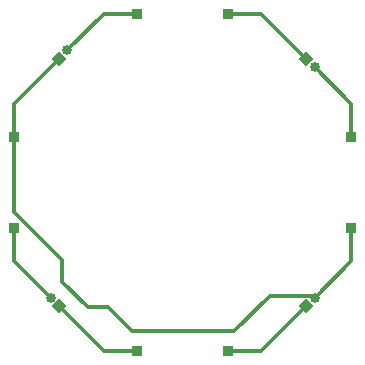
<source format=gbr>
%TF.GenerationSoftware,KiCad,Pcbnew,8.0.0*%
%TF.CreationDate,2024-05-17T03:15:10+03:00*%
%TF.ProjectId,pressure_sensor_sensor,70726573-7375-4726-955f-73656e736f72,rev?*%
%TF.SameCoordinates,Original*%
%TF.FileFunction,Copper,L1,Top*%
%TF.FilePolarity,Positive*%
%FSLAX46Y46*%
G04 Gerber Fmt 4.6, Leading zero omitted, Abs format (unit mm)*
G04 Created by KiCad (PCBNEW 8.0.0) date 2024-05-17 03:15:10*
%MOMM*%
%LPD*%
G01*
G04 APERTURE LIST*
G04 Aperture macros list*
%AMHorizOval*
0 Thick line with rounded ends*
0 $1 width*
0 $2 $3 position (X,Y) of the first rounded end (center of the circle)*
0 $4 $5 position (X,Y) of the second rounded end (center of the circle)*
0 Add line between two ends*
20,1,$1,$2,$3,$4,$5,0*
0 Add two circle primitives to create the rounded ends*
1,1,$1,$2,$3*
1,1,$1,$4,$5*%
%AMRotRect*
0 Rectangle, with rotation*
0 The origin of the aperture is its center*
0 $1 length*
0 $2 width*
0 $3 Rotation angle, in degrees counterclockwise*
0 Add horizontal line*
21,1,$1,$2,0,0,$3*%
G04 Aperture macros list end*
%TA.AperFunction,ComponentPad*%
%ADD10R,0.850000X0.850000*%
%TD*%
%TA.AperFunction,ComponentPad*%
%ADD11RotRect,0.850000X0.850000X45.000000*%
%TD*%
%TA.AperFunction,ComponentPad*%
%ADD12HorizOval,0.850000X0.000000X0.000000X0.000000X0.000000X0*%
%TD*%
%TA.AperFunction,ComponentPad*%
%ADD13RotRect,0.850000X0.850000X135.000000*%
%TD*%
%TA.AperFunction,ComponentPad*%
%ADD14HorizOval,0.850000X0.000000X0.000000X0.000000X0.000000X0*%
%TD*%
%TA.AperFunction,ComponentPad*%
%ADD15RotRect,0.850000X0.850000X225.000000*%
%TD*%
%TA.AperFunction,ComponentPad*%
%ADD16HorizOval,0.850000X0.000000X0.000000X0.000000X0.000000X0*%
%TD*%
%TA.AperFunction,Conductor*%
%ADD17C,0.300000*%
%TD*%
G04 APERTURE END LIST*
D10*
%TO.P,J12,1,Pin_1*%
%TO.N,/Ap*%
X236238816Y-82197656D03*
%TD*%
D11*
%TO.P,J10,1,Pin_1*%
%TO.N,/An*%
X232408296Y-67901956D03*
D12*
%TO.P,J10,2,Pin_2*%
%TO.N,+3.3VA*%
X233115403Y-68609063D03*
%TD*%
D10*
%TO.P,J14,1,Pin_1*%
%TO.N,GNDA*%
X207647416Y-82197656D03*
%TD*%
D13*
%TO.P,J7,1,Pin_1*%
%TO.N,+3.3VA*%
X232408296Y-88832316D03*
D14*
%TO.P,J7,2,Pin_2*%
%TO.N,/Ap*%
X233115403Y-88125209D03*
%TD*%
D10*
%TO.P,J1,1,Pin_1*%
%TO.N,+3.3VA*%
X236238816Y-74536616D03*
%TD*%
%TO.P,J16,1,Pin_1*%
%TO.N,/An*%
X218112596Y-92662836D03*
%TD*%
%TO.P,J18,1,Pin_1*%
%TO.N,GNDA*%
X218112596Y-64071436D03*
%TD*%
%TO.P,J13,1,Pin_1*%
%TO.N,/Ap*%
X207647416Y-74536616D03*
%TD*%
D13*
%TO.P,J8,1,Pin_1*%
%TO.N,/Ap*%
X211477936Y-67901956D03*
D14*
%TO.P,J8,2,Pin_2*%
%TO.N,GNDA*%
X212185043Y-67194849D03*
%TD*%
D10*
%TO.P,J17,1,Pin_1*%
%TO.N,/An*%
X225773636Y-64071436D03*
%TD*%
%TO.P,J15,1,Pin_1*%
%TO.N,+3.3VA*%
X225773636Y-92662836D03*
%TD*%
D15*
%TO.P,J9,1,Pin_1*%
%TO.N,/An*%
X211477936Y-88832316D03*
D16*
%TO.P,J9,2,Pin_2*%
%TO.N,GNDA*%
X210770829Y-88125209D03*
%TD*%
D17*
%TO.N,+3.3VA*%
X225773636Y-92662836D02*
X228577776Y-92662836D01*
X228577776Y-92662836D02*
X232408296Y-88832316D01*
X236238816Y-74536616D02*
X236238816Y-71732476D01*
X236238816Y-71732476D02*
X233115403Y-68609063D01*
%TO.N,/Ap*%
X232944469Y-87954275D02*
X229330977Y-87954275D01*
X236238816Y-82197656D02*
X236238816Y-85001796D01*
X226318116Y-90967136D02*
X217649286Y-90967136D01*
X236238816Y-85001796D02*
X233115403Y-88125209D01*
X207647416Y-74536616D02*
X207647416Y-71732476D01*
X211768116Y-86767136D02*
X211768116Y-84970656D01*
X207647416Y-71732476D02*
X211477936Y-67901956D01*
X217649286Y-90967136D02*
X215624286Y-88942136D01*
X213943116Y-88942136D02*
X211768116Y-86767136D01*
X233115403Y-88125209D02*
X232944469Y-87954275D01*
X207647416Y-80849956D02*
X207647416Y-74536616D01*
X211768116Y-84970656D02*
X207647416Y-80849956D01*
X229330977Y-87954275D02*
X226318116Y-90967136D01*
X215624286Y-88942136D02*
X213943116Y-88942136D01*
%TO.N,GNDA*%
X215308456Y-64071436D02*
X212185043Y-67194849D01*
X207647416Y-85001796D02*
X210770829Y-88125209D01*
X207647416Y-82197656D02*
X207647416Y-85001796D01*
X218112596Y-64071436D02*
X215308456Y-64071436D01*
%TO.N,/An*%
X218112596Y-92662836D02*
X215308456Y-92662836D01*
X225773636Y-64071436D02*
X228577776Y-64071436D01*
X215308456Y-92662836D02*
X211477936Y-88832316D01*
X228577776Y-64071436D02*
X232408296Y-67901956D01*
%TD*%
M02*

</source>
